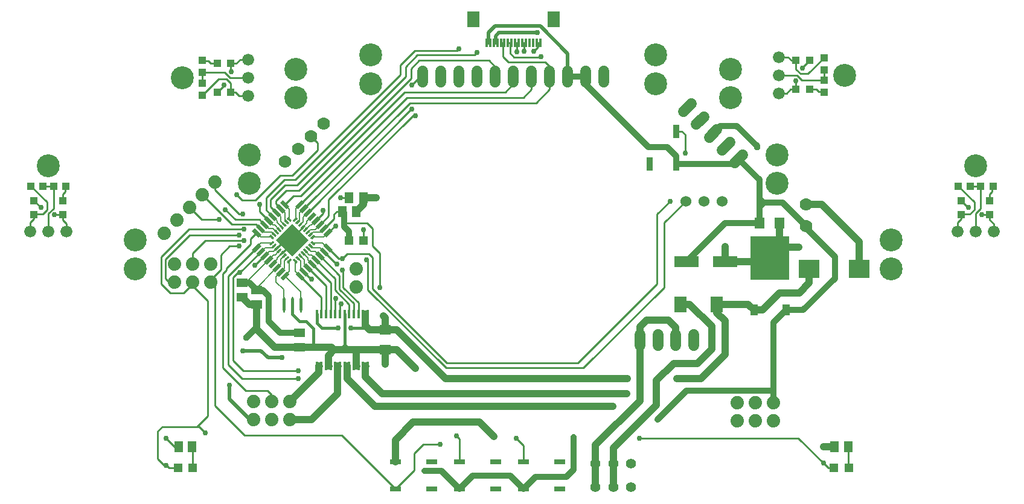
<source format=gbr>
G04 EAGLE Gerber RS-274X export*
G75*
%MOMM*%
%FSLAX34Y34*%
%LPD*%
%INTop Copper*%
%IPPOS*%
%AMOC8*
5,1,8,0,0,1.08239X$1,22.5*%
G01*
%ADD10R,1.270000X0.558800*%
%ADD11R,0.558800X1.270000*%
%ADD12C,0.254000*%
%ADD13C,0.450000*%
%ADD14C,0.150000*%
%ADD15R,3.200000X3.200000*%
%ADD16R,1.300000X1.600000*%
%ADD17R,1.524000X0.762000*%
%ADD18R,0.400000X1.250000*%
%ADD19R,1.600000X1.300000*%
%ADD20R,1.600000X1.400000*%
%ADD21R,5.400000X6.200000*%
%ADD22R,1.000000X1.600000*%
%ADD23R,1.800000X2.200000*%
%ADD24R,3.000000X2.500000*%
%ADD25C,1.524000*%
%ADD26R,1.400000X1.600000*%
%ADD27C,1.422400*%
%ADD28R,1.200000X1.200000*%
%ADD29R,1.300000X1.500000*%
%ADD30C,1.778000*%
%ADD31C,1.879600*%
%ADD32C,1.524000*%
%ADD33C,3.216000*%
%ADD34R,3.500000X1.600000*%
%ADD35R,0.300000X1.300000*%
%ADD36R,0.965200X1.930400*%
%ADD37R,1.000000X1.100000*%
%ADD38R,1.100000X1.000000*%
%ADD39C,1.676400*%
%ADD40C,0.203200*%
%ADD41C,0.406400*%
%ADD42C,0.508000*%
%ADD43C,0.756400*%
%ADD44C,1.016000*%
%ADD45C,0.956400*%
%ADD46C,0.812800*%
%ADD47C,1.006400*%


D10*
G36*
X-353687Y-18040D02*
X-362666Y-27019D01*
X-366617Y-23068D01*
X-357638Y-14089D01*
X-353687Y-18040D01*
G37*
G36*
X-348030Y-23697D02*
X-357009Y-32676D01*
X-360960Y-28725D01*
X-351981Y-19746D01*
X-348030Y-23697D01*
G37*
G36*
X-342374Y-29354D02*
X-351353Y-38333D01*
X-355304Y-34382D01*
X-346325Y-25403D01*
X-342374Y-29354D01*
G37*
G36*
X-336717Y-35011D02*
X-345696Y-43990D01*
X-349647Y-40039D01*
X-340668Y-31060D01*
X-336717Y-35011D01*
G37*
G36*
X-331060Y-40668D02*
X-340039Y-49647D01*
X-343990Y-45696D01*
X-335011Y-36717D01*
X-331060Y-40668D01*
G37*
G36*
X-325403Y-46325D02*
X-334382Y-55304D01*
X-338333Y-51353D01*
X-329354Y-42374D01*
X-325403Y-46325D01*
G37*
G36*
X-319746Y-51981D02*
X-328725Y-60960D01*
X-332676Y-57009D01*
X-323697Y-48030D01*
X-319746Y-51981D01*
G37*
G36*
X-314089Y-57638D02*
X-323068Y-66617D01*
X-327019Y-62666D01*
X-318040Y-53687D01*
X-314089Y-57638D01*
G37*
D11*
G36*
X-292981Y-62666D02*
X-296932Y-66617D01*
X-305911Y-57638D01*
X-301960Y-53687D01*
X-292981Y-62666D01*
G37*
G36*
X-287324Y-57009D02*
X-291275Y-60960D01*
X-300254Y-51981D01*
X-296303Y-48030D01*
X-287324Y-57009D01*
G37*
G36*
X-281667Y-51353D02*
X-285618Y-55304D01*
X-294597Y-46325D01*
X-290646Y-42374D01*
X-281667Y-51353D01*
G37*
G36*
X-276010Y-45696D02*
X-279961Y-49647D01*
X-288940Y-40668D01*
X-284989Y-36717D01*
X-276010Y-45696D01*
G37*
G36*
X-270353Y-40039D02*
X-274304Y-43990D01*
X-283283Y-35011D01*
X-279332Y-31060D01*
X-270353Y-40039D01*
G37*
G36*
X-264696Y-34382D02*
X-268647Y-38333D01*
X-277626Y-29354D01*
X-273675Y-25403D01*
X-264696Y-34382D01*
G37*
G36*
X-259040Y-28725D02*
X-262991Y-32676D01*
X-271970Y-23697D01*
X-268019Y-19746D01*
X-259040Y-28725D01*
G37*
G36*
X-253383Y-23068D02*
X-257334Y-27019D01*
X-266313Y-18040D01*
X-262362Y-14089D01*
X-253383Y-23068D01*
G37*
D10*
G36*
X-253383Y3068D02*
X-262362Y-5911D01*
X-266313Y-1960D01*
X-257334Y7019D01*
X-253383Y3068D01*
G37*
G36*
X-259040Y8725D02*
X-268019Y-254D01*
X-271970Y3697D01*
X-262991Y12676D01*
X-259040Y8725D01*
G37*
G36*
X-264696Y14382D02*
X-273675Y5403D01*
X-277626Y9354D01*
X-268647Y18333D01*
X-264696Y14382D01*
G37*
G36*
X-270353Y20039D02*
X-279332Y11060D01*
X-283283Y15011D01*
X-274304Y23990D01*
X-270353Y20039D01*
G37*
G36*
X-276010Y25696D02*
X-284989Y16717D01*
X-288940Y20668D01*
X-279961Y29647D01*
X-276010Y25696D01*
G37*
G36*
X-281667Y31353D02*
X-290646Y22374D01*
X-294597Y26325D01*
X-285618Y35304D01*
X-281667Y31353D01*
G37*
G36*
X-287324Y37009D02*
X-296303Y28030D01*
X-300254Y31981D01*
X-291275Y40960D01*
X-287324Y37009D01*
G37*
G36*
X-292981Y42666D02*
X-301960Y33687D01*
X-305911Y37638D01*
X-296932Y46617D01*
X-292981Y42666D01*
G37*
D11*
G36*
X-314089Y37638D02*
X-318040Y33687D01*
X-327019Y42666D01*
X-323068Y46617D01*
X-314089Y37638D01*
G37*
G36*
X-319746Y31981D02*
X-323697Y28030D01*
X-332676Y37009D01*
X-328725Y40960D01*
X-319746Y31981D01*
G37*
G36*
X-325403Y26325D02*
X-329354Y22374D01*
X-338333Y31353D01*
X-334382Y35304D01*
X-325403Y26325D01*
G37*
G36*
X-331060Y20668D02*
X-335011Y16717D01*
X-343990Y25696D01*
X-340039Y29647D01*
X-331060Y20668D01*
G37*
G36*
X-336717Y15011D02*
X-340668Y11060D01*
X-349647Y20039D01*
X-345696Y23990D01*
X-336717Y15011D01*
G37*
G36*
X-342374Y9354D02*
X-346325Y5403D01*
X-355304Y14382D01*
X-351353Y18333D01*
X-342374Y9354D01*
G37*
G36*
X-348030Y3697D02*
X-351981Y-254D01*
X-360960Y8725D01*
X-357009Y12676D01*
X-348030Y3697D01*
G37*
G36*
X-353687Y-1960D02*
X-357638Y-5911D01*
X-366617Y3068D01*
X-362666Y7019D01*
X-353687Y-1960D01*
G37*
D12*
X-322000Y-89840D02*
X-322000Y-100000D01*
X-322000Y-110160D01*
X-298000Y-100000D02*
X-298000Y-89840D01*
X-298000Y-100000D02*
X-298000Y-110160D01*
X-310000Y-100000D02*
X-310000Y-89840D01*
X-310000Y-100000D02*
X-310000Y-110160D01*
D13*
X-322000Y-107275D02*
X-322000Y-92725D01*
X-310000Y-92725D02*
X-310000Y-107275D01*
X-298000Y-107275D02*
X-298000Y-92725D01*
D14*
X-340405Y-16717D02*
X-336517Y-12829D01*
X-340405Y-16717D02*
X-341465Y-15657D01*
X-337577Y-11769D01*
X-336517Y-12829D01*
X-338980Y-15292D02*
X-341100Y-15292D01*
X-339675Y-13867D02*
X-337555Y-13867D01*
X-336904Y-12442D02*
X-338250Y-12442D01*
X-332982Y-16364D02*
X-336870Y-20252D01*
X-337930Y-19192D01*
X-334042Y-15304D01*
X-332982Y-16364D01*
X-335445Y-18827D02*
X-337565Y-18827D01*
X-336140Y-17402D02*
X-334020Y-17402D01*
X-333369Y-15977D02*
X-334715Y-15977D01*
X-329446Y-19900D02*
X-333334Y-23788D01*
X-334394Y-22728D01*
X-330506Y-18840D01*
X-329446Y-19900D01*
X-331909Y-22363D02*
X-334029Y-22363D01*
X-332604Y-20938D02*
X-330484Y-20938D01*
X-329833Y-19513D02*
X-331179Y-19513D01*
X-325911Y-23435D02*
X-329799Y-27323D01*
X-330859Y-26263D01*
X-326971Y-22375D01*
X-325911Y-23435D01*
X-328374Y-25898D02*
X-330494Y-25898D01*
X-329069Y-24473D02*
X-326949Y-24473D01*
X-326298Y-23048D02*
X-327644Y-23048D01*
X-322375Y-26971D02*
X-326263Y-30859D01*
X-327323Y-29799D01*
X-323435Y-25911D01*
X-322375Y-26971D01*
X-324838Y-29434D02*
X-326958Y-29434D01*
X-325533Y-28009D02*
X-323413Y-28009D01*
X-322762Y-26584D02*
X-324108Y-26584D01*
X-318840Y-30506D02*
X-322728Y-34394D01*
X-323788Y-33334D01*
X-319900Y-29446D01*
X-318840Y-30506D01*
X-321303Y-32969D02*
X-323423Y-32969D01*
X-321998Y-31544D02*
X-319878Y-31544D01*
X-319227Y-30119D02*
X-320573Y-30119D01*
X-315304Y-34042D02*
X-319192Y-37930D01*
X-320252Y-36870D01*
X-316364Y-32982D01*
X-315304Y-34042D01*
X-317767Y-36505D02*
X-319887Y-36505D01*
X-318462Y-35080D02*
X-316342Y-35080D01*
X-315691Y-33655D02*
X-317037Y-33655D01*
X-311769Y-37577D02*
X-315657Y-41465D01*
X-316717Y-40405D01*
X-312829Y-36517D01*
X-311769Y-37577D01*
X-314232Y-40040D02*
X-316352Y-40040D01*
X-314927Y-38615D02*
X-312807Y-38615D01*
X-312156Y-37190D02*
X-313502Y-37190D01*
X-304343Y-41465D02*
X-303283Y-40405D01*
X-304343Y-41465D02*
X-308231Y-37577D01*
X-307171Y-36517D01*
X-303283Y-40405D01*
X-303648Y-40040D02*
X-305768Y-40040D01*
X-305073Y-38615D02*
X-307193Y-38615D01*
X-307844Y-37190D02*
X-306498Y-37190D01*
X-300808Y-37930D02*
X-299748Y-36870D01*
X-300808Y-37930D02*
X-304696Y-34042D01*
X-303636Y-32982D01*
X-299748Y-36870D01*
X-300113Y-36505D02*
X-302233Y-36505D01*
X-301538Y-35080D02*
X-303658Y-35080D01*
X-304309Y-33655D02*
X-302963Y-33655D01*
X-297272Y-34394D02*
X-296212Y-33334D01*
X-297272Y-34394D02*
X-301160Y-30506D01*
X-300100Y-29446D01*
X-296212Y-33334D01*
X-296577Y-32969D02*
X-298697Y-32969D01*
X-298002Y-31544D02*
X-300122Y-31544D01*
X-300773Y-30119D02*
X-299427Y-30119D01*
X-293737Y-30859D02*
X-292677Y-29799D01*
X-293737Y-30859D02*
X-297625Y-26971D01*
X-296565Y-25911D01*
X-292677Y-29799D01*
X-293042Y-29434D02*
X-295162Y-29434D01*
X-294467Y-28009D02*
X-296587Y-28009D01*
X-297238Y-26584D02*
X-295892Y-26584D01*
X-290201Y-27323D02*
X-289141Y-26263D01*
X-290201Y-27323D02*
X-294089Y-23435D01*
X-293029Y-22375D01*
X-289141Y-26263D01*
X-289506Y-25898D02*
X-291626Y-25898D01*
X-290931Y-24473D02*
X-293051Y-24473D01*
X-293702Y-23048D02*
X-292356Y-23048D01*
X-286666Y-23788D02*
X-285606Y-22728D01*
X-286666Y-23788D02*
X-290554Y-19900D01*
X-289494Y-18840D01*
X-285606Y-22728D01*
X-285971Y-22363D02*
X-288091Y-22363D01*
X-287396Y-20938D02*
X-289516Y-20938D01*
X-290167Y-19513D02*
X-288821Y-19513D01*
X-283130Y-20252D02*
X-282070Y-19192D01*
X-283130Y-20252D02*
X-287018Y-16364D01*
X-285958Y-15304D01*
X-282070Y-19192D01*
X-282435Y-18827D02*
X-284555Y-18827D01*
X-283860Y-17402D02*
X-285980Y-17402D01*
X-286631Y-15977D02*
X-285285Y-15977D01*
X-279595Y-16717D02*
X-278535Y-15657D01*
X-279595Y-16717D02*
X-283483Y-12829D01*
X-282423Y-11769D01*
X-278535Y-15657D01*
X-278900Y-15292D02*
X-281020Y-15292D01*
X-280325Y-13867D02*
X-282445Y-13867D01*
X-283096Y-12442D02*
X-281750Y-12442D01*
X-282423Y-8231D02*
X-278535Y-4343D01*
X-282423Y-8231D02*
X-283483Y-7171D01*
X-279595Y-3283D01*
X-278535Y-4343D01*
X-280998Y-6806D02*
X-283118Y-6806D01*
X-281693Y-5381D02*
X-279573Y-5381D01*
X-278922Y-3956D02*
X-280268Y-3956D01*
X-282070Y-808D02*
X-285958Y-4696D01*
X-287018Y-3636D01*
X-283130Y252D01*
X-282070Y-808D01*
X-284533Y-3271D02*
X-286653Y-3271D01*
X-285228Y-1846D02*
X-283108Y-1846D01*
X-282457Y-421D02*
X-283803Y-421D01*
X-285606Y2728D02*
X-289494Y-1160D01*
X-290554Y-100D01*
X-286666Y3788D01*
X-285606Y2728D01*
X-288069Y265D02*
X-290189Y265D01*
X-288764Y1690D02*
X-286644Y1690D01*
X-285993Y3115D02*
X-287339Y3115D01*
X-289141Y6263D02*
X-293029Y2375D01*
X-294089Y3435D01*
X-290201Y7323D01*
X-289141Y6263D01*
X-291604Y3800D02*
X-293724Y3800D01*
X-292299Y5225D02*
X-290179Y5225D01*
X-289528Y6650D02*
X-290874Y6650D01*
X-292677Y9799D02*
X-296565Y5911D01*
X-297625Y6971D01*
X-293737Y10859D01*
X-292677Y9799D01*
X-295140Y7336D02*
X-297260Y7336D01*
X-295835Y8761D02*
X-293715Y8761D01*
X-293064Y10186D02*
X-294410Y10186D01*
X-296212Y13334D02*
X-300100Y9446D01*
X-301160Y10506D01*
X-297272Y14394D01*
X-296212Y13334D01*
X-298675Y10871D02*
X-300795Y10871D01*
X-299370Y12296D02*
X-297250Y12296D01*
X-296599Y13721D02*
X-297945Y13721D01*
X-299748Y16870D02*
X-303636Y12982D01*
X-304696Y14042D01*
X-300808Y17930D01*
X-299748Y16870D01*
X-302211Y14407D02*
X-304331Y14407D01*
X-302906Y15832D02*
X-300786Y15832D01*
X-300135Y17257D02*
X-301481Y17257D01*
X-303283Y20405D02*
X-307171Y16517D01*
X-308231Y17577D01*
X-304343Y21465D01*
X-303283Y20405D01*
X-305746Y17942D02*
X-307866Y17942D01*
X-306441Y19367D02*
X-304321Y19367D01*
X-303670Y20792D02*
X-305016Y20792D01*
X-311769Y17577D02*
X-312829Y16517D01*
X-316717Y20405D01*
X-315657Y21465D01*
X-311769Y17577D01*
X-312134Y17942D02*
X-314254Y17942D01*
X-313559Y19367D02*
X-315679Y19367D01*
X-316330Y20792D02*
X-314984Y20792D01*
X-315304Y14042D02*
X-316364Y12982D01*
X-320252Y16870D01*
X-319192Y17930D01*
X-315304Y14042D01*
X-315669Y14407D02*
X-317789Y14407D01*
X-317094Y15832D02*
X-319214Y15832D01*
X-319865Y17257D02*
X-318519Y17257D01*
X-318840Y10506D02*
X-319900Y9446D01*
X-323788Y13334D01*
X-322728Y14394D01*
X-318840Y10506D01*
X-319205Y10871D02*
X-321325Y10871D01*
X-320630Y12296D02*
X-322750Y12296D01*
X-323401Y13721D02*
X-322055Y13721D01*
X-322375Y6971D02*
X-323435Y5911D01*
X-327323Y9799D01*
X-326263Y10859D01*
X-322375Y6971D01*
X-322740Y7336D02*
X-324860Y7336D01*
X-324165Y8761D02*
X-326285Y8761D01*
X-326936Y10186D02*
X-325590Y10186D01*
X-325911Y3435D02*
X-326971Y2375D01*
X-330859Y6263D01*
X-329799Y7323D01*
X-325911Y3435D01*
X-326276Y3800D02*
X-328396Y3800D01*
X-327701Y5225D02*
X-329821Y5225D01*
X-330472Y6650D02*
X-329126Y6650D01*
X-329446Y-100D02*
X-330506Y-1160D01*
X-334394Y2728D01*
X-333334Y3788D01*
X-329446Y-100D01*
X-329811Y265D02*
X-331931Y265D01*
X-331236Y1690D02*
X-333356Y1690D01*
X-334007Y3115D02*
X-332661Y3115D01*
X-332982Y-3636D02*
X-334042Y-4696D01*
X-337930Y-808D01*
X-336870Y252D01*
X-332982Y-3636D01*
X-333347Y-3271D02*
X-335467Y-3271D01*
X-334772Y-1846D02*
X-336892Y-1846D01*
X-337543Y-421D02*
X-336197Y-421D01*
X-336517Y-7171D02*
X-337577Y-8231D01*
X-341465Y-4343D01*
X-340405Y-3283D01*
X-336517Y-7171D01*
X-336882Y-6806D02*
X-339002Y-6806D01*
X-338307Y-5381D02*
X-340427Y-5381D01*
X-341078Y-3956D02*
X-339732Y-3956D01*
D15*
G36*
X-287373Y-10000D02*
X-310000Y-32627D01*
X-332627Y-10000D01*
X-310000Y12627D01*
X-287373Y-10000D01*
G37*
D16*
X-210128Y49736D03*
X-230128Y49736D03*
X-219928Y30320D03*
X-239928Y30320D03*
D17*
X-165400Y-320950D03*
X-114600Y-320950D03*
X-165400Y-359050D03*
X-114600Y-359050D03*
D18*
X-275750Y-186250D03*
X-269250Y-186250D03*
X-262750Y-186250D03*
X-256250Y-186250D03*
X-249750Y-186250D03*
X-243250Y-186250D03*
X-236750Y-186250D03*
X-230250Y-186250D03*
X-223750Y-186250D03*
X-217250Y-186250D03*
X-210750Y-186250D03*
X-204250Y-186250D03*
X-217250Y-113750D03*
X-223750Y-113750D03*
X-230250Y-113750D03*
X-236750Y-113750D03*
X-243250Y-113750D03*
X-249750Y-113750D03*
X-256250Y-113750D03*
X-262750Y-113750D03*
X-269250Y-113750D03*
X-275750Y-113750D03*
X-210750Y-113750D03*
X-204250Y-113750D03*
D19*
X-300000Y-160000D03*
X-300000Y-140000D03*
D20*
X-180000Y-164000D03*
X-180000Y-136000D03*
D21*
X360000Y-35000D03*
D22*
X337200Y-108000D03*
X382800Y-108000D03*
D23*
X285500Y-100000D03*
X234500Y-100000D03*
D24*
X415000Y-50000D03*
X485000Y-50000D03*
D25*
X202700Y-142380D02*
X202700Y-157620D01*
X177300Y-157620D02*
X177300Y-142380D01*
D26*
X372820Y14290D03*
X344820Y14290D03*
D27*
X140000Y-356500D03*
X140000Y-323500D03*
X115000Y-356500D03*
X165000Y-356500D03*
X165000Y-323500D03*
X115000Y-323500D03*
D28*
X-209787Y-10127D03*
X-230787Y-10127D03*
X470500Y-330000D03*
X449500Y-330000D03*
D29*
X450500Y-300000D03*
X469500Y-300000D03*
D28*
X-449500Y-330000D03*
X-470500Y-330000D03*
D29*
X-469500Y-300000D03*
X-450500Y-300000D03*
D30*
X-320000Y100000D03*
X-302039Y117961D03*
X-284079Y135921D03*
X-266118Y153882D03*
D25*
X310533Y98691D02*
X321309Y109467D01*
X303349Y127428D02*
X292572Y116651D01*
X274612Y134612D02*
X285388Y145388D01*
X267428Y163349D02*
X256651Y152572D01*
X238691Y170533D02*
X249467Y181309D01*
D31*
X-475400Y-69050D03*
X-475400Y-43650D03*
X-450000Y-69050D03*
X-450000Y-43650D03*
X-424600Y-69050D03*
X-424600Y-43650D03*
D25*
X252700Y-142380D02*
X252700Y-157620D01*
X227300Y-157620D02*
X227300Y-142380D01*
X127000Y212380D02*
X127000Y227620D01*
X101600Y227620D02*
X101600Y212380D01*
X76200Y212380D02*
X76200Y227620D01*
X50800Y227620D02*
X50800Y212380D01*
X25400Y212380D02*
X25400Y227620D01*
X0Y227620D02*
X0Y212380D01*
X-25400Y212380D02*
X-25400Y227620D01*
X-50800Y227620D02*
X-50800Y212380D01*
X-76200Y212380D02*
X-76200Y227620D01*
X-101600Y227620D02*
X-101600Y212380D01*
X-127000Y212380D02*
X-127000Y227620D01*
D17*
X-75400Y-320950D03*
X-24600Y-320950D03*
X-75400Y-359050D03*
X-24600Y-359050D03*
X14600Y-320950D03*
X65400Y-320950D03*
X14600Y-359050D03*
X65400Y-359050D03*
D32*
X241671Y44645D03*
X267071Y44645D03*
X292471Y44645D03*
D30*
X410000Y10000D03*
X410000Y40000D03*
D33*
X-305000Y190000D03*
X305000Y230000D03*
X530000Y-10000D03*
X-530000Y-10000D03*
D34*
X243000Y-40000D03*
X297000Y-40000D03*
D33*
X-370000Y110000D03*
D19*
X-380000Y-90000D03*
X-380000Y-70000D03*
X-360000Y-100000D03*
X-360000Y-80000D03*
D33*
X-530000Y-50000D03*
X530000Y-50000D03*
D35*
X37500Y267500D03*
X32500Y267500D03*
X27500Y267500D03*
X22500Y267500D03*
X17500Y267500D03*
X12500Y267500D03*
X7500Y267500D03*
X2500Y267500D03*
X-2500Y267500D03*
X-7500Y267500D03*
X-12500Y267500D03*
X-17500Y267500D03*
X-22500Y267500D03*
X-27500Y267500D03*
X-32500Y267500D03*
X-37500Y267500D03*
D23*
X-56500Y300000D03*
X56500Y300000D03*
D33*
X-305000Y230000D03*
X305000Y190000D03*
X370000Y110000D03*
D36*
X191500Y97000D03*
X228500Y143000D03*
X228500Y97000D03*
D31*
X-220000Y-50000D03*
X-220000Y-75400D03*
D33*
X-200000Y250000D03*
X-200000Y210000D03*
X200000Y210000D03*
X200000Y250000D03*
X-370000Y70000D03*
X370000Y70000D03*
D31*
X-490000Y0D03*
X-472039Y17961D03*
X-454079Y35921D03*
X-436118Y53882D03*
X-418158Y71842D03*
X-364000Y-262000D03*
X-364000Y-236600D03*
X-338600Y-262000D03*
X-338600Y-236600D03*
X-313200Y-262000D03*
X-313200Y-236600D03*
X365000Y-238000D03*
X365000Y-263400D03*
X339600Y-238000D03*
X339600Y-263400D03*
X314200Y-238000D03*
X314200Y-263400D03*
D37*
X-627500Y66000D03*
X-644500Y66000D03*
X-676400Y66000D03*
X-659400Y66000D03*
D38*
X-631800Y26200D03*
X-631800Y45300D03*
X-672300Y26200D03*
X-672300Y45300D03*
D39*
X-626500Y2000D03*
X-651900Y2000D03*
X-677300Y2000D03*
D33*
X-651900Y94600D03*
D37*
X672500Y66000D03*
X655500Y66000D03*
X623600Y66000D03*
X640600Y66000D03*
D38*
X668200Y26200D03*
X668200Y45300D03*
X627700Y26200D03*
X627700Y45300D03*
D39*
X673500Y2000D03*
X648100Y2000D03*
X622700Y2000D03*
D33*
X648100Y94600D03*
D38*
X-436000Y242500D03*
X-436000Y225500D03*
X-436000Y193600D03*
X-436000Y210600D03*
D37*
X-396200Y238200D03*
X-415300Y238200D03*
X-396200Y197700D03*
X-415300Y197700D03*
D39*
X-372000Y243500D03*
X-372000Y218100D03*
X-372000Y192700D03*
D33*
X-464600Y218100D03*
D38*
X436000Y197500D03*
X436000Y214500D03*
X436000Y246400D03*
X436000Y229400D03*
D37*
X396200Y201800D03*
X415300Y201800D03*
X396200Y242300D03*
X415300Y242300D03*
D39*
X372000Y196500D03*
X372000Y221900D03*
X372000Y247300D03*
D33*
X464600Y221900D03*
D40*
X-317778Y-35456D02*
X-321310Y-38988D01*
X-321310Y-49594D02*
X-326211Y-54495D01*
X-321310Y-49594D02*
X-321310Y-38988D01*
X-322000Y-79320D02*
X-322000Y-100000D01*
X-322000Y-79320D02*
X-332740Y-68580D01*
X-332740Y-61024D01*
X-326211Y-54495D01*
X-314243Y-53841D02*
X-314243Y-38991D01*
X-314243Y-53841D02*
X-320554Y-60152D01*
X-298000Y-82707D02*
X-298000Y-100000D01*
X-298000Y-82707D02*
X-320554Y-60152D01*
D12*
X-27500Y267500D02*
X-24384Y267500D01*
X-22500Y267500D01*
D40*
X-331920Y-21314D02*
X-336007Y-25400D01*
X-342371Y-25400D02*
X-348839Y-31868D01*
X-342371Y-25400D02*
X-336007Y-25400D01*
X-331470Y-35006D02*
X-324849Y-28385D01*
X-331470Y-37127D02*
X-337525Y-43182D01*
X-331470Y-37127D02*
X-331470Y-35006D01*
X-295151Y8385D02*
X-289560Y13976D01*
X-289560Y16510D01*
X-282888Y23182D01*
X-282475Y23182D01*
D41*
X-262750Y-186250D02*
X-259588Y-186250D01*
X-256250Y-186250D01*
X-223750Y-186250D02*
X-220472Y-186250D01*
X-217250Y-186250D01*
D42*
X-24384Y267500D02*
X-25146Y268262D01*
X-25146Y276860D01*
X-20320Y281686D01*
X33274Y281686D01*
D43*
X33274Y281686D03*
D12*
X-295151Y8385D02*
X-310000Y-6465D01*
X-310000Y-10000D01*
X-320607Y-10000D02*
X-331920Y-21314D01*
X-320607Y-10000D02*
X-313436Y-10000D01*
X-310000Y-10000D01*
X-310000Y-13536D02*
X-324849Y-28385D01*
X-310000Y-13536D02*
X-310000Y-10000D01*
D44*
X410000Y40000D02*
X432694Y40000D01*
X485000Y-12306D02*
X485000Y-50000D01*
X485000Y-12306D02*
X432694Y40000D01*
X372820Y14290D02*
X372820Y-22180D01*
X360000Y-35000D01*
X355000Y-40000D02*
X297000Y-40000D01*
X355000Y-40000D02*
X360000Y-35000D01*
X375442Y-19558D01*
X400558Y-19558D01*
D45*
X400558Y-19558D03*
X297180Y-18796D03*
D44*
X297180Y-39820D01*
X297000Y-40000D01*
D45*
X-180086Y-184150D03*
D44*
X-180086Y-164086D01*
X-180000Y-164000D01*
X-259588Y-172212D02*
X-259588Y-186250D01*
X-259588Y-172212D02*
X-251376Y-164000D01*
X-243586Y-164000D01*
X-235712Y-164000D01*
X-230632Y-164000D01*
X-220980Y-164000D01*
X-180000Y-164000D01*
X-220472Y-164508D02*
X-220472Y-186250D01*
X-220472Y-164508D02*
X-220980Y-164000D01*
X-180000Y-164000D02*
X-163406Y-164000D01*
X-137414Y-189992D01*
D45*
X-137414Y-189992D03*
D44*
X-280670Y-160000D02*
X-300000Y-160000D01*
X-280670Y-160000D02*
X-255376Y-160000D01*
X-251376Y-164000D01*
D41*
X-236750Y-157226D02*
X-236750Y-113750D01*
X-236750Y-157226D02*
X-236750Y-162962D01*
X-235712Y-164000D01*
X-236750Y-157226D02*
X-243524Y-164000D01*
X-243586Y-164000D01*
X-236750Y-157226D02*
X-230632Y-163344D01*
X-230632Y-164000D01*
X-310000Y-113926D02*
X-310000Y-100000D01*
X-299720Y-124206D02*
X-290322Y-124206D01*
X-280670Y-133858D01*
X-280670Y-160000D01*
X-299720Y-124206D02*
X-310000Y-113926D01*
D44*
X-370000Y-100000D02*
X-380000Y-90000D01*
X-370000Y-100000D02*
X-360000Y-100000D01*
X-335046Y-160000D02*
X-300000Y-160000D01*
X-360000Y-135046D02*
X-360000Y-100000D01*
X-360000Y-135046D02*
X-335046Y-160000D01*
X-165400Y-290368D02*
X-165400Y-320950D01*
X-165400Y-290368D02*
X-140462Y-265430D01*
X-47244Y-265430D01*
X-27178Y-285496D01*
D43*
X-27178Y-285496D03*
D12*
X-469500Y-300000D02*
X-475462Y-300000D01*
X-487172Y-288290D01*
D43*
X-487172Y-288290D03*
D45*
X-374142Y-146812D03*
D46*
X-362376Y-135046D01*
X-360000Y-135046D01*
D12*
X-362183Y-45212D02*
X-348839Y-31868D01*
X-362183Y-45212D02*
X-362712Y-45212D01*
D43*
X-362712Y-45212D03*
D44*
X-219928Y30320D02*
X-210128Y40120D01*
X-210128Y49736D01*
D45*
X-192278Y50038D03*
D44*
X-192580Y49736D01*
X-210128Y49736D01*
X435176Y-300000D02*
X450500Y-300000D01*
D45*
X435176Y-300000D03*
D12*
X-295151Y8385D02*
X-313436Y-9901D01*
X-313436Y-10000D01*
X-37500Y267500D02*
X-34798Y267500D01*
X-32500Y267500D01*
X-249750Y-92270D02*
X-249750Y-113750D01*
X-249750Y-92270D02*
X-248920Y-91440D01*
D43*
X-248920Y-91440D03*
D12*
X-265505Y6211D02*
X-251460Y20256D01*
X-251460Y26670D01*
X-247810Y30320D01*
X-239928Y30320D01*
D40*
X-328385Y-24849D02*
X-334016Y-30480D01*
X-336550Y-30480D01*
X-343182Y-37112D01*
X-343182Y-37525D01*
X-326390Y-36997D02*
X-321314Y-31920D01*
X-326390Y-43361D02*
X-331868Y-48839D01*
X-326390Y-43361D02*
X-326390Y-36997D01*
X-284544Y-2222D02*
X-281052Y1270D01*
X-270446Y1270D02*
X-265505Y6211D01*
X-270446Y1270D02*
X-281052Y1270D01*
X-343182Y-37525D02*
X-375657Y-70000D01*
X-380000Y-70000D01*
X-360000Y-76971D02*
X-331868Y-48839D01*
X-360000Y-76971D02*
X-360000Y-80000D01*
D46*
X243000Y-40000D02*
X297290Y14290D01*
X344820Y14290D01*
X344820Y75180D02*
X315921Y104079D01*
X344820Y75180D02*
X344820Y48260D01*
X344820Y42926D01*
X344820Y39116D01*
X344820Y36464D01*
X344820Y14290D01*
X101600Y220000D02*
X76200Y220000D01*
X101600Y220000D02*
X101600Y208534D01*
X189484Y120650D02*
X215900Y120650D01*
X228500Y108050D01*
X228500Y97000D01*
X189484Y120650D02*
X101600Y208534D01*
X308842Y97000D02*
X315921Y104079D01*
X308842Y97000D02*
X228500Y97000D01*
D42*
X-34798Y267500D02*
X-35052Y267754D01*
X-35052Y281432D01*
X-25908Y290576D01*
X37846Y290576D01*
X76200Y252222D01*
X76200Y220000D01*
D46*
X-237642Y28034D02*
X-239928Y30320D01*
X-237642Y28034D02*
X-237642Y13462D01*
X-237642Y8788D01*
X-230787Y1933D02*
X-230787Y-10127D01*
X-230787Y1933D02*
X-237642Y8788D01*
X-370000Y-70000D02*
X-380000Y-70000D01*
X-370000Y-70000D02*
X-360000Y-80000D01*
X-351292Y-80000D01*
X-342900Y-88392D02*
X-342900Y-124206D01*
X-327106Y-140000D01*
X-316230Y-140000D01*
X-300000Y-140000D01*
X-342900Y-88392D02*
X-351292Y-80000D01*
X382800Y-108000D02*
X406604Y-108000D01*
X450850Y-63754D01*
X450850Y-33528D01*
X410000Y7322D02*
X410000Y10000D01*
X410000Y7322D02*
X450850Y-33528D01*
X410000Y10000D02*
X377074Y42926D01*
X351282Y42926D01*
X348630Y42926D02*
X344820Y42926D01*
X350154Y42926D02*
X351282Y42926D01*
X350154Y42926D02*
X344820Y48260D01*
X348630Y42926D02*
X350154Y42926D01*
X348630Y42926D02*
X344820Y39116D01*
X344820Y36464D02*
X351282Y42926D01*
X365000Y-221234D02*
X365000Y-238000D01*
X365000Y-221234D02*
X365000Y-125800D01*
X382800Y-108000D01*
X-56710Y-340360D02*
X-75400Y-359050D01*
X-4090Y-340360D02*
X14600Y-359050D01*
X-4090Y-340360D02*
X-56710Y-340360D01*
X242570Y-221234D02*
X365000Y-221234D01*
X242570Y-221234D02*
X201930Y-261874D01*
D43*
X201930Y-261874D03*
X84582Y-286512D03*
D46*
X84836Y-286512D01*
X84836Y-332232D01*
X74422Y-342646D01*
X31004Y-342646D02*
X14600Y-359050D01*
X31004Y-342646D02*
X74422Y-342646D01*
X-75400Y-359050D02*
X-100694Y-333756D01*
X-124714Y-333756D01*
D43*
X-124714Y-333756D03*
X-316230Y-140000D03*
X-379476Y-165100D03*
D42*
X-353822Y-165100D01*
X-343916Y-175006D01*
X-324866Y-175006D01*
D43*
X-324866Y-175006D03*
D42*
X-364000Y-262000D02*
X-369190Y-262000D01*
X-397764Y-233426D02*
X-397764Y-213868D01*
D43*
X-397764Y-213868D03*
D42*
X-397764Y-233426D02*
X-369190Y-262000D01*
D43*
X-187452Y-76200D03*
D12*
X-187452Y-27940D01*
X-197358Y6350D02*
X-204724Y13716D01*
X-237388Y13716D01*
X-237642Y13462D01*
X-197358Y-18034D02*
X-187452Y-27940D01*
X-197358Y-18034D02*
X-197358Y6350D01*
D43*
X-237642Y13462D03*
D12*
X-266700Y27643D02*
X-276818Y17525D01*
X-266700Y27643D02*
X-266700Y31750D01*
D43*
X-266700Y31750D03*
X-242570Y49530D03*
D12*
X-230334Y49530D01*
X-230128Y49736D01*
D40*
X-285034Y11430D02*
X-291615Y4849D01*
X-282913Y11430D02*
X-276818Y17525D01*
X-282913Y11430D02*
X-285034Y11430D01*
D43*
X-355600Y40640D03*
D12*
X-355600Y29943D01*
X-344438Y18782D01*
X-343182Y17525D01*
D40*
X-334966Y11430D02*
X-328385Y4849D01*
X-337087Y11430D02*
X-344438Y18782D01*
X-337087Y11430D02*
X-334966Y11430D01*
D43*
X-384556Y-18288D03*
D12*
X-139192Y-332842D02*
X-165400Y-359050D01*
X-139192Y-332842D02*
X-139192Y-309372D01*
X-126492Y-296672D01*
X-102616Y-296672D01*
D43*
X-102616Y-296672D03*
D12*
X-409956Y-50800D02*
X-424600Y-65444D01*
X-409956Y-50800D02*
X-409956Y-30734D01*
X-410210Y-30480D01*
X-398018Y-18288D01*
X-384556Y-18288D01*
X-240478Y-283972D02*
X-165400Y-359050D01*
X-240478Y-283972D02*
X-376936Y-283972D01*
X-418846Y-242062D01*
X-418846Y-74804D02*
X-424600Y-69050D01*
X-418846Y-74804D02*
X-418846Y-242062D01*
X-424600Y-69050D02*
X-424600Y-65444D01*
X-293789Y34495D02*
X-145404Y182880D01*
X31750Y182880D01*
X50800Y201930D02*
X50800Y220000D01*
X50800Y201930D02*
X31750Y182880D01*
X-14732Y267500D02*
X-17500Y267500D01*
X-14732Y267500D02*
X-12500Y267500D01*
X-14732Y267500D02*
X-14986Y267246D01*
X-14986Y247396D01*
X-7366Y239776D01*
X44958Y239776D01*
X50800Y233934D01*
X50800Y220000D01*
D40*
X-299720Y17958D02*
X-302222Y15456D01*
X-299720Y28564D02*
X-293789Y34495D01*
X-299720Y28564D02*
X-299720Y17958D01*
D12*
X-299446Y40152D02*
X-149098Y190500D01*
X13970Y190500D02*
X25400Y201930D01*
X25400Y220000D01*
X13970Y190500D02*
X-149098Y190500D01*
X-7500Y267500D02*
X-2500Y267500D01*
X37338Y247142D02*
X38354Y248158D01*
X37338Y247142D02*
X762Y247142D01*
X-2500Y267500D02*
X-4786Y267500D01*
X-4786Y252690D01*
X762Y247142D01*
D43*
X38354Y248158D03*
D40*
X-304800Y19949D02*
X-305757Y18991D01*
X-304800Y34798D02*
X-299446Y40152D01*
X-304800Y34798D02*
X-304800Y19949D01*
D12*
X-320554Y40152D02*
X-308637Y52070D01*
X-11430Y198120D02*
X0Y209550D01*
X0Y220000D01*
X-298450Y52070D02*
X-308637Y52070D01*
X-298450Y52070D02*
X-152400Y198120D01*
X-11430Y198120D01*
X2500Y267500D02*
X4826Y267500D01*
X7500Y267500D01*
D43*
X4826Y254734D03*
D12*
X4826Y267500D01*
D40*
X-314243Y33841D02*
X-314243Y18991D01*
X-314243Y33841D02*
X-320554Y40152D01*
D12*
X-326211Y34495D02*
X-332740Y41024D01*
X-332740Y45720D01*
X-318770Y59690D01*
X-143510Y231140D02*
X-132080Y242570D01*
X-34290Y242570D01*
X-25400Y233680D01*
X-25400Y220000D01*
X-300990Y59690D02*
X-318770Y59690D01*
X-300990Y59690D02*
X-143510Y217170D01*
X-143510Y231140D01*
X12500Y267500D02*
X14732Y267500D01*
X17500Y267500D01*
X14732Y267500D02*
X14732Y255016D01*
D43*
X14732Y255016D03*
D40*
X-317778Y15456D02*
X-320040Y17718D01*
X-320040Y28324D02*
X-326211Y34495D01*
X-320040Y28324D02*
X-320040Y17718D01*
D12*
X-331868Y28839D02*
X-340360Y37331D01*
X-320040Y67310D02*
X-303530Y67310D01*
X-151130Y219710D02*
X-151130Y233680D01*
X-134620Y250190D01*
X-54610Y250190D02*
X-50800Y254000D01*
D43*
X-50800Y254000D03*
D12*
X-340360Y46990D02*
X-340360Y37331D01*
X-340360Y46990D02*
X-320040Y67310D01*
X-303530Y67310D02*
X-151130Y219710D01*
X-134620Y250190D02*
X-54610Y250190D01*
D40*
X-321314Y11920D02*
X-326390Y16997D01*
X-326390Y23361D02*
X-331868Y28839D01*
X-326390Y23361D02*
X-326390Y16997D01*
D12*
X-337525Y23182D02*
X-339417Y25073D01*
X-346710Y32367D01*
X-346710Y49530D01*
X-321310Y74930D01*
X-305838Y74930D02*
X-158750Y222018D01*
X-158750Y236220D01*
X-138430Y256540D01*
X-78740Y256540D02*
X-76200Y259080D01*
D43*
X-76200Y259080D03*
D12*
X-305838Y74930D02*
X-321310Y74930D01*
X-138430Y256540D02*
X-78740Y256540D01*
D40*
X-324849Y8385D02*
X-331470Y15006D01*
X-331470Y17127D02*
X-339417Y25073D01*
X-331470Y17127D02*
X-331470Y15006D01*
D12*
X-271161Y11868D02*
X-259080Y23949D01*
X-140970Y165100D02*
X-137160Y165100D01*
D43*
X-137160Y165100D03*
D12*
X-259080Y46990D02*
X-259080Y23949D01*
X-259080Y46990D02*
X-140970Y165100D01*
D40*
X-284313Y5080D02*
X-288080Y1314D01*
X-277949Y5080D02*
X-271161Y11868D01*
X-277949Y5080D02*
X-284313Y5080D01*
D12*
X-288132Y28839D02*
X-142981Y173990D01*
X-142240Y173990D01*
D43*
X-142240Y173990D03*
X-142240Y208280D03*
D12*
X-130520Y220000D01*
X-127000Y220000D01*
X34798Y267500D02*
X37500Y267500D01*
X34798Y267500D02*
X32500Y267500D01*
D40*
X-294640Y15967D02*
X-298686Y11920D01*
X-294640Y22331D02*
X-288132Y28839D01*
X-294640Y22331D02*
X-294640Y15967D01*
D43*
X28448Y255016D03*
D12*
X34798Y261366D01*
X34798Y267500D01*
X-437208Y19050D02*
X-454079Y35921D01*
X-437208Y19050D02*
X-412750Y19050D01*
D43*
X-412750Y19050D03*
X-403860Y33020D03*
D12*
X-389890Y19050D01*
X-356021Y19050D02*
X-348839Y11868D01*
X-356021Y19050D02*
X-389890Y19050D01*
D40*
X-336957Y6350D02*
X-331920Y1314D01*
X-343321Y6350D02*
X-348839Y11868D01*
X-343321Y6350D02*
X-336957Y6350D01*
D12*
X-394937Y12700D02*
X-436118Y53882D01*
X-360984Y12700D02*
X-354495Y6211D01*
X-360984Y12700D02*
X-394937Y12700D01*
D40*
X-338948Y1270D02*
X-335456Y-2222D01*
X-349554Y1270D02*
X-354495Y6211D01*
X-349554Y1270D02*
X-338948Y1270D01*
X-339669Y-5080D02*
X-338991Y-5757D01*
X-354518Y-5080D02*
X-360152Y554D01*
X-354518Y-5080D02*
X-339669Y-5080D01*
D12*
X-360152Y554D02*
X-368300Y-7594D01*
X-407416Y-189230D02*
X-375412Y-221234D01*
X-338600Y-227566D02*
X-338600Y-236600D01*
X-368300Y-15748D02*
X-368300Y-7594D01*
X-375412Y-221234D02*
X-344932Y-221234D01*
X-338600Y-227566D01*
X-402082Y-51816D02*
X-402082Y-49530D01*
X-368300Y-15748D01*
X-407416Y-57150D02*
X-407416Y-189230D01*
X-407416Y-57150D02*
X-402082Y-51816D01*
D40*
X-360152Y-20554D02*
X-353841Y-14243D01*
X-338991Y-14243D01*
D12*
X14600Y-298318D02*
X14600Y-320950D01*
X14600Y-298318D02*
X4064Y-287782D01*
D43*
X4064Y-287782D03*
X-301244Y-204470D03*
D12*
X-380238Y-204470D01*
X-400050Y-184658D01*
X-400050Y-60198D01*
X-360406Y-20554D02*
X-360152Y-20554D01*
X-360406Y-20554D02*
X-400050Y-60198D01*
D40*
X-337998Y-20320D02*
X-335456Y-17778D01*
X-348604Y-20320D02*
X-354495Y-26211D01*
X-348604Y-20320D02*
X-337998Y-20320D01*
D12*
X-75400Y-288836D02*
X-75400Y-320950D01*
X-75400Y-288836D02*
X-79756Y-284480D01*
D43*
X-79756Y-284480D03*
X-301498Y-193294D03*
D12*
X-378714Y-193294D01*
X-393192Y-178816D01*
X-383656Y-55372D02*
X-354495Y-26211D01*
X-383656Y-55372D02*
X-386080Y-55372D01*
X-393192Y-62484D01*
X-393192Y-178816D01*
D43*
X-383656Y-55372D03*
X-387858Y54102D03*
D12*
X-380238Y46482D01*
X-274574Y116332D02*
X-274574Y127000D01*
X-283495Y135921D01*
X-284079Y135921D01*
X-361696Y46482D02*
X-380238Y46482D01*
X-361696Y46482D02*
X-327152Y81026D01*
X-309880Y81026D01*
X-274574Y116332D01*
X-269250Y-90348D02*
X-269250Y-113750D01*
X-269250Y-90348D02*
X-299446Y-60152D01*
D40*
X-305757Y-53841D02*
X-305757Y-38991D01*
X-305757Y-53841D02*
X-299446Y-60152D01*
D12*
X-217250Y-97710D02*
X-217250Y-113750D01*
X-238760Y-52324D02*
X-239522Y-51562D01*
X-238760Y-52324D02*
X-238760Y-76200D01*
D43*
X-239522Y-51562D03*
X-283210Y-64770D03*
D12*
X-283514Y-64770D01*
X-293789Y-54495D01*
X-238760Y-76200D02*
X-217250Y-97710D01*
D40*
X-298450Y-39228D02*
X-302222Y-35456D01*
X-298450Y-49834D02*
X-293789Y-54495D01*
X-298450Y-49834D02*
X-298450Y-39228D01*
D12*
X-262750Y-74221D02*
X-262750Y-113750D01*
X-262750Y-74221D02*
X-286595Y-50375D01*
X-288132Y-48839D01*
D40*
X-293370Y-37237D02*
X-298686Y-31920D01*
X-293370Y-43601D02*
X-286595Y-50375D01*
X-293370Y-43601D02*
X-293370Y-37237D01*
D12*
X-256250Y-69407D02*
X-256250Y-113750D01*
X-256250Y-69407D02*
X-282475Y-43182D01*
D40*
X-288290Y-35246D02*
X-295151Y-28385D01*
X-288290Y-37367D02*
X-282475Y-43182D01*
X-288290Y-37367D02*
X-288290Y-35246D01*
D12*
X-230250Y-99950D02*
X-230250Y-113750D01*
X-250190Y-64153D02*
X-276818Y-37525D01*
X-250190Y-80010D02*
X-230250Y-99950D01*
X-250190Y-80010D02*
X-250190Y-64153D01*
D40*
X-285984Y-30480D02*
X-291615Y-24849D01*
X-285984Y-30480D02*
X-283210Y-30480D01*
X-276818Y-36872D01*
X-276818Y-37525D01*
D12*
X-223750Y-98830D02*
X-223750Y-113750D01*
X-243840Y-59189D02*
X-271161Y-31868D01*
X-243840Y-78740D02*
X-223750Y-98830D01*
X-243840Y-78740D02*
X-243840Y-59189D01*
D40*
X-283993Y-25400D02*
X-288080Y-21314D01*
X-277629Y-25400D02*
X-271161Y-31868D01*
X-277629Y-25400D02*
X-283993Y-25400D01*
X-282002Y-20320D02*
X-284544Y-17778D01*
X-271396Y-20320D02*
X-265505Y-26211D01*
X-271396Y-20320D02*
X-282002Y-20320D01*
D12*
X-265505Y-26211D02*
X-248028Y-43688D01*
X-247650Y-43688D01*
D43*
X-247650Y-43688D03*
X-377444Y-10668D03*
D12*
X-432308Y-10668D01*
X-450000Y-28360D02*
X-450000Y-43650D01*
X-450000Y-28360D02*
X-432308Y-10668D01*
X211582Y14556D02*
X241671Y44645D01*
X211582Y14556D02*
X211582Y-76200D01*
X98298Y-189484D01*
X-94488Y-189484D01*
X-204470Y-79502D02*
X-204470Y-38608D01*
X-205740Y-37338D01*
D43*
X-205740Y-37338D03*
D12*
X-204470Y-79502D02*
X-94488Y-189484D01*
D40*
X-267697Y-14243D02*
X-281009Y-14243D01*
X-261386Y-20554D02*
X-259848Y-20554D01*
X-261386Y-20554D02*
X-267697Y-14243D01*
D12*
X-259848Y-20554D02*
X-244588Y-35814D01*
X-240030Y-35814D01*
D43*
X-240030Y-35814D03*
X-384302Y-3048D03*
D12*
X-454406Y-3048D01*
X-488188Y-36830D01*
X-488188Y-64008D01*
X-483146Y-69050D02*
X-475400Y-69050D01*
X-483146Y-69050D02*
X-488188Y-64008D01*
D43*
X219964Y44958D03*
D12*
X201676Y26670D01*
X-197612Y-33782D02*
X-197612Y-78486D01*
X-197612Y-33782D02*
X-202184Y-29210D01*
X-233426Y-29210D02*
X-240030Y-35814D01*
X201676Y-71120D02*
X201676Y26670D01*
X201676Y-71120D02*
X90424Y-182372D01*
X-93726Y-182372D01*
X-197612Y-78486D01*
X-202184Y-29210D02*
X-233426Y-29210D01*
D40*
X-266159Y-5757D02*
X-281009Y-5757D01*
X-266159Y-5757D02*
X-259848Y554D01*
D12*
X-250242Y10160D01*
X-249298Y10160D01*
D43*
X-249298Y10160D03*
X-377952Y5870D03*
D12*
X-454632Y5870D01*
X-494030Y-33528D01*
X-494030Y-71120D01*
X-481330Y-83820D02*
X-462280Y-83820D01*
X-450000Y-71540D01*
X-450000Y-69050D01*
X-481330Y-83820D02*
X-494030Y-71120D01*
D43*
X-486664Y-325882D03*
D12*
X-486410Y-326136D01*
X-482546Y-330000D01*
X-470500Y-330000D01*
X-450000Y-73748D02*
X-450000Y-69050D01*
X-450000Y-73748D02*
X-428752Y-94996D01*
X-428752Y-256794D01*
X-443992Y-272034D02*
X-492252Y-272034D01*
X-498602Y-278384D01*
X-498602Y-316738D01*
X-489204Y-326136D01*
X-486410Y-326136D01*
X-443992Y-272034D02*
X-428752Y-256794D01*
X441760Y-330000D02*
X449500Y-330000D01*
X441760Y-330000D02*
X434848Y-323088D01*
D43*
X434848Y-323088D03*
D12*
X399542Y-287782D01*
X177292Y-287782D02*
X176784Y-288290D01*
D43*
X176784Y-288290D03*
D12*
X177292Y-287782D02*
X399542Y-287782D01*
D43*
X-431800Y-280670D03*
D12*
X-440436Y-272034D01*
X-443992Y-272034D01*
X-210750Y-113750D02*
X-207772Y-113750D01*
X-204250Y-113750D01*
D44*
X285500Y-100000D02*
X323088Y-100000D01*
X329200Y-100000D01*
X337200Y-108000D01*
X349200Y-108000D01*
X373380Y-83820D01*
X401320Y-83820D01*
X415000Y-70140D01*
X415000Y-50000D01*
X-207772Y-113750D02*
X-207772Y-129540D01*
X-201312Y-136000D02*
X-180000Y-136000D01*
X-204470Y-132842D02*
X-207772Y-129540D01*
X-204470Y-132842D02*
X-201312Y-136000D01*
X285500Y-112018D02*
X285500Y-100000D01*
X262890Y-204216D02*
X229108Y-204216D01*
D47*
X229108Y-204216D03*
X160020Y-204216D03*
D44*
X-95250Y-204216D01*
X-163466Y-136000D02*
X-180000Y-136000D01*
X285500Y-112018D02*
X296672Y-123190D01*
X296672Y-170434D01*
X262890Y-204216D01*
X-95250Y-204216D02*
X-163466Y-136000D01*
D46*
X280000Y140000D02*
X290368Y150368D01*
X313436Y150368D01*
X341630Y122174D01*
X341630Y121158D01*
D45*
X341630Y121158D03*
X323088Y-100000D03*
D41*
X-275750Y-113750D02*
X-275750Y-126078D01*
X-268732Y-133096D02*
X-246126Y-133096D01*
D43*
X-246126Y-133096D03*
X-227584Y-133350D03*
D41*
X-211582Y-133350D01*
X-207772Y-129540D01*
X-268732Y-133096D02*
X-275750Y-126078D01*
X-211582Y-133350D02*
X-204978Y-133350D01*
X-204470Y-132842D01*
D45*
X-182372Y-116332D03*
D44*
X-180000Y-118704D01*
X-180000Y-136000D01*
D12*
X-209787Y-10127D02*
X-210058Y-9856D01*
X-210058Y4572D01*
D43*
X-210058Y4572D03*
D44*
X140000Y-323500D02*
X140000Y-356500D01*
X140000Y-323500D02*
X140000Y-301960D01*
X200660Y-241300D02*
X200660Y-207010D01*
X224790Y-182880D01*
X257810Y-182880D01*
X278130Y-162560D01*
X278130Y-130810D02*
X247320Y-100000D01*
X234500Y-100000D01*
X200660Y-241300D02*
X140000Y-301960D01*
X278130Y-162560D02*
X278130Y-130810D01*
D12*
X469500Y-300000D02*
X469500Y-329000D01*
X470500Y-330000D01*
X-449500Y-301000D02*
X-450500Y-300000D01*
X-449500Y-301000D02*
X-449500Y-330000D01*
D41*
X-275750Y-186250D02*
X-272542Y-186250D01*
X-269250Y-186250D01*
D44*
X-272542Y-195942D02*
X-313200Y-236600D01*
X-272542Y-195942D02*
X-272542Y-186250D01*
D41*
X-249750Y-186250D02*
X-246634Y-186250D01*
X-243250Y-186250D01*
D44*
X-246634Y-225406D02*
X-283228Y-262000D01*
X-313200Y-262000D01*
X-246634Y-225406D02*
X-246634Y-186250D01*
D41*
X-236750Y-186250D02*
X-233172Y-186250D01*
X-230250Y-186250D01*
D44*
X-233172Y-186250D02*
X-233172Y-204724D01*
X-194310Y-243586D01*
X139446Y-243586D01*
D47*
X139446Y-243586D03*
D41*
X-207518Y-186250D02*
X-210750Y-186250D01*
X-207518Y-186250D02*
X-204250Y-186250D01*
D44*
X-207518Y-186250D02*
X-207518Y-201422D01*
X-183642Y-225298D01*
X158750Y-225298D01*
D47*
X158750Y-225298D03*
D12*
X-384416Y26670D02*
X-418158Y60412D01*
X-418158Y71842D01*
X-384416Y26670D02*
X-379730Y26670D01*
D43*
X-379730Y26670D03*
X240792Y112268D03*
D12*
X240792Y138430D01*
X236222Y143000D02*
X228500Y143000D01*
X236222Y143000D02*
X240792Y138430D01*
X-243250Y-101162D02*
X-243250Y-113750D01*
X-243250Y-101162D02*
X-241429Y-99341D01*
D43*
X-241429Y-99341D03*
D44*
X177300Y-150000D02*
X177300Y-235450D01*
X115000Y-297750D02*
X115000Y-323500D01*
X115000Y-297750D02*
X177300Y-235450D01*
X115000Y-323500D02*
X115000Y-356500D01*
X177300Y-150000D02*
X177300Y-131818D01*
X227300Y-132558D02*
X227300Y-150000D01*
X186690Y-122428D02*
X177300Y-131818D01*
X186690Y-122428D02*
X217170Y-122428D01*
X227300Y-132558D01*
D12*
X-644500Y66000D02*
X-659400Y66000D01*
X-644500Y66000D02*
X-644500Y34713D01*
X-651900Y27313D02*
X-651900Y2000D01*
X-651900Y27313D02*
X-644500Y34713D01*
X-631800Y45300D02*
X-631800Y54677D01*
X-628430Y58047D01*
X-628430Y65070D01*
X-627500Y66000D01*
X-677300Y14867D02*
X-677300Y2000D01*
X-672300Y19867D02*
X-672300Y26200D01*
X-672300Y19867D02*
X-677300Y14867D01*
X-653729Y43329D02*
X-676400Y66000D01*
X-672148Y26352D02*
X-659769Y26352D01*
X-672148Y26352D02*
X-672300Y26200D01*
X-653729Y32393D02*
X-653729Y43329D01*
X-653729Y32393D02*
X-659769Y26352D01*
X-626500Y13317D02*
X-626500Y2000D01*
X-631800Y18617D02*
X-631800Y26200D01*
X-631800Y18617D02*
X-626500Y13317D01*
X-631800Y26200D02*
X-643752Y26200D01*
X-643543Y25992D01*
D43*
X-643543Y25992D03*
D12*
X-661933Y35669D02*
X-662669Y35669D01*
X-672300Y45300D01*
D43*
X-661933Y35669D03*
D12*
X640600Y66000D02*
X655500Y66000D01*
X655500Y34713D01*
X648100Y27313D02*
X648100Y2000D01*
X648100Y27313D02*
X655500Y34713D01*
X668200Y45300D02*
X668200Y54677D01*
X671570Y58047D01*
X671570Y65070D01*
X672500Y66000D01*
X622700Y14867D02*
X622700Y2000D01*
X627700Y19867D02*
X627700Y26200D01*
X627700Y19867D02*
X622700Y14867D01*
X646271Y43329D02*
X623600Y66000D01*
X627852Y26352D02*
X640231Y26352D01*
X627852Y26352D02*
X627700Y26200D01*
X646271Y32393D02*
X646271Y43329D01*
X646271Y32393D02*
X640231Y26352D01*
X673500Y13317D02*
X673500Y2000D01*
X668200Y18617D02*
X668200Y26200D01*
X668200Y18617D02*
X673500Y13317D01*
X668200Y26200D02*
X656248Y26200D01*
X656457Y25992D01*
D43*
X656457Y25992D03*
D12*
X638067Y35669D02*
X637331Y35669D01*
X627700Y45300D01*
D43*
X638067Y35669D03*
D12*
X-436000Y210600D02*
X-436000Y225500D01*
X-404713Y225500D01*
X-397313Y218100D02*
X-372000Y218100D01*
X-397313Y218100D02*
X-404713Y225500D01*
X-415300Y238200D02*
X-424677Y238200D01*
X-428047Y241570D01*
X-435070Y241570D01*
X-436000Y242500D01*
X-384867Y192700D02*
X-372000Y192700D01*
X-389867Y197700D02*
X-396200Y197700D01*
X-389867Y197700D02*
X-384867Y192700D01*
X-413329Y216271D02*
X-436000Y193600D01*
X-396352Y197852D02*
X-396352Y210231D01*
X-396352Y197852D02*
X-396200Y197700D01*
X-402393Y216271D02*
X-413329Y216271D01*
X-402393Y216271D02*
X-396352Y210231D01*
X-383317Y243500D02*
X-372000Y243500D01*
X-388617Y238200D02*
X-396200Y238200D01*
X-388617Y238200D02*
X-383317Y243500D01*
X-396200Y238200D02*
X-396200Y226248D01*
X-395992Y226457D01*
D43*
X-395992Y226457D03*
D12*
X-405669Y208067D02*
X-405669Y207331D01*
X-415300Y197700D01*
D43*
X-405669Y208067D03*
D12*
X436000Y214500D02*
X436000Y229400D01*
X436000Y214500D02*
X404713Y214500D01*
X397313Y221900D02*
X372000Y221900D01*
X397313Y221900D02*
X404713Y214500D01*
X415300Y201800D02*
X424677Y201800D01*
X428047Y198430D01*
X435070Y198430D01*
X436000Y197500D01*
X384867Y247300D02*
X372000Y247300D01*
X389867Y242300D02*
X396200Y242300D01*
X389867Y242300D02*
X384867Y247300D01*
X413329Y223729D02*
X436000Y246400D01*
X396352Y242148D02*
X396352Y229769D01*
X396352Y242148D02*
X396200Y242300D01*
X402393Y223729D02*
X413329Y223729D01*
X402393Y223729D02*
X396352Y229769D01*
X383317Y196500D02*
X372000Y196500D01*
X388617Y201800D02*
X396200Y201800D01*
X388617Y201800D02*
X383317Y196500D01*
X396200Y201800D02*
X396200Y213752D01*
X395992Y213543D01*
D43*
X395992Y213543D03*
D12*
X405669Y231933D02*
X405669Y232669D01*
X415300Y242300D01*
D43*
X405669Y231933D03*
M02*

</source>
